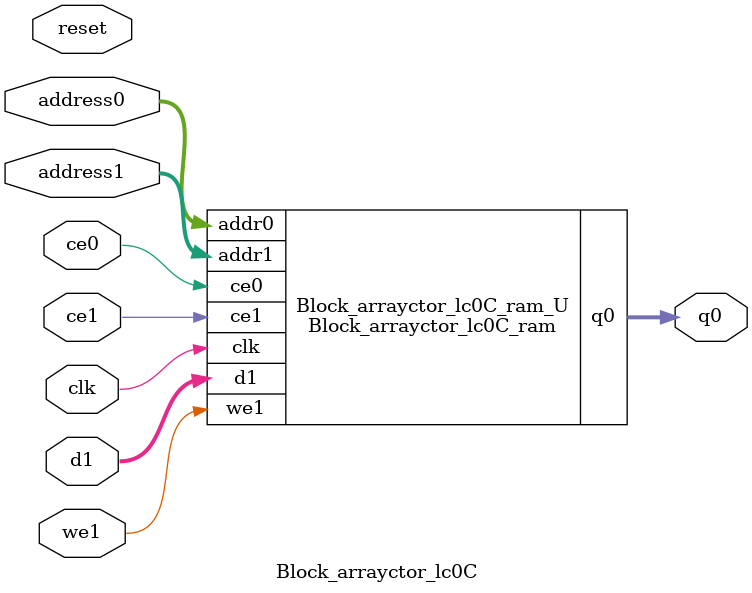
<source format=v>
`timescale 1 ns / 1 ps
module Block_arrayctor_lc0C_ram (addr0, ce0, q0, addr1, ce1, d1, we1,  clk);

parameter DWIDTH = 5;
parameter AWIDTH = 5;
parameter MEM_SIZE = 32;

input[AWIDTH-1:0] addr0;
input ce0;
output reg[DWIDTH-1:0] q0;
input[AWIDTH-1:0] addr1;
input ce1;
input[DWIDTH-1:0] d1;
input we1;
input clk;

(* ram_style = "distributed" *)reg [DWIDTH-1:0] ram[0:MEM_SIZE-1];




always @(posedge clk)  
begin 
    if (ce0) begin
        q0 <= ram[addr0];
    end
end


always @(posedge clk)  
begin 
    if (ce1) begin
        if (we1) 
            ram[addr1] <= d1; 
    end
end


endmodule

`timescale 1 ns / 1 ps
module Block_arrayctor_lc0C(
    reset,
    clk,
    address0,
    ce0,
    q0,
    address1,
    ce1,
    we1,
    d1);

parameter DataWidth = 32'd5;
parameter AddressRange = 32'd32;
parameter AddressWidth = 32'd5;
input reset;
input clk;
input[AddressWidth - 1:0] address0;
input ce0;
output[DataWidth - 1:0] q0;
input[AddressWidth - 1:0] address1;
input ce1;
input we1;
input[DataWidth - 1:0] d1;



Block_arrayctor_lc0C_ram Block_arrayctor_lc0C_ram_U(
    .clk( clk ),
    .addr0( address0 ),
    .ce0( ce0 ),
    .q0( q0 ),
    .addr1( address1 ),
    .ce1( ce1 ),
    .we1( we1 ),
    .d1( d1 ));

endmodule


</source>
